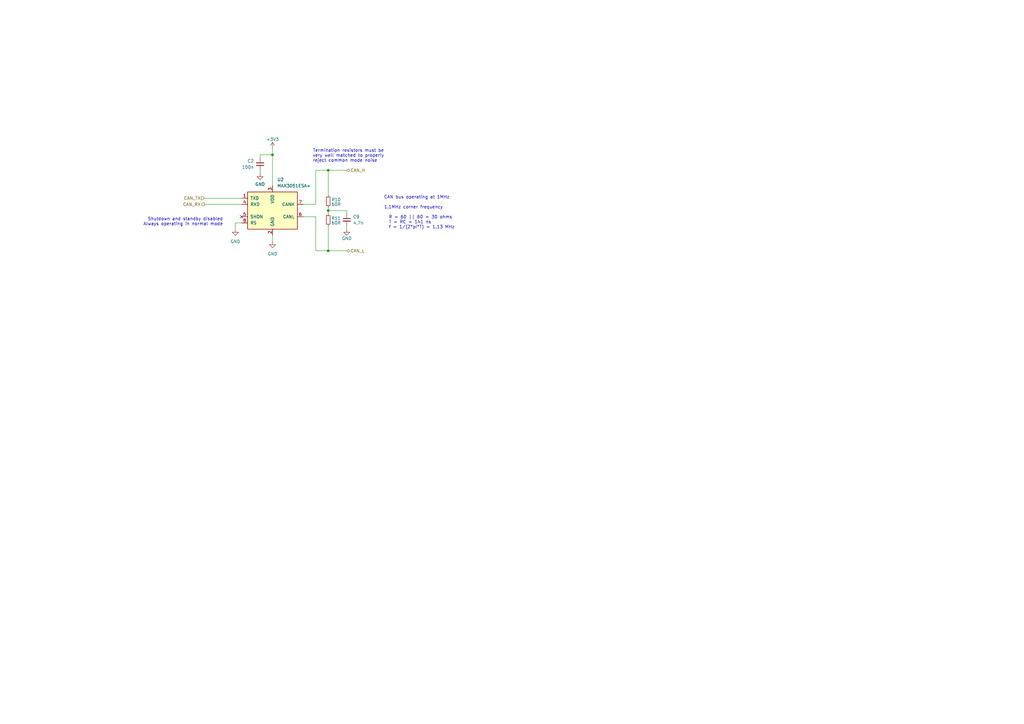
<source format=kicad_sch>
(kicad_sch (version 20211123) (generator eeschema)
  (paper "A3")
  (title_block (title "VCU") (date "2022-11-20") (rev "1.0") (company "SUFST") (comment 1 "STAG 9") (comment 2 "Tim Brewis") (comment 3 "Max O'Brien"))
  (lib_symbols
    (symbol "Device:C_Small" (pin_numbers hide) (pin_names (offset 0.254) hide)
      (property "Reference" "C" (at 0.254 1.778 0))
      (property "Value" "C_Small" (at 0.254 -2.032 0))
      (symbol "C_Small_0_1"
        (polyline (pts (xy -1.524 -0.508) (xy 1.524 -0.508)) (stroke (width 0.3302)))
        (polyline (pts (xy -1.524 0.508) (xy 1.524 0.508)) (stroke (width 0.3048)))
      )
      (symbol "C_Small_1_1"
        (pin passive line (at 0 2.54 270) (length 2.032) (name "~") (number "1"))
        (pin passive line (at 0 -2.54 90) (length 2.032) (name "~") (number "2"))
      )
    )
    (symbol "Device:R_Small" (pin_numbers hide) (pin_names (offset 0.254) hide)
      (property "Reference" "R" (at 0.762 0.508 0))
      (property "Value" "R_Small" (at 0.762 -1.016 0))
      (symbol "R_Small_0_1"
        (rectangle (start -0.762 1.778) (end 0.762 -1.778) (stroke (width 0.2032)))
      )
      (symbol "R_Small_1_1"
        (pin passive line (at 0 2.54 270) (length 0.762) (name "~") (number "1"))
        (pin passive line (at 0 -2.54 90) (length 0.762) (name "~") (number "2"))
      )
    )
    (symbol "Interface_UART:MAX3051" (pin_names (offset 1.016))
      (property "Reference" "U" (at -10.16 8.89 0))
      (property "Value" "MAX3051" (at 2.54 8.89 0))
      (symbol "MAX3051_0_1"
        (rectangle (start -10.16 7.62) (end 10.16 -7.62) (stroke (width 0.254)) (fill (type background)))
      )
      (symbol "MAX3051_1_1"
        (pin input line (at -12.7 5.08 0) (length 2.54) (name "TXD") (number "1"))
        (pin power_in line (at 0 -10.16 90) (length 2.54) (name "GND") (number "2"))
        (pin power_in line (at 0 10.16 270) (length 2.54) (name "VDD") (number "3"))
        (pin output line (at -12.7 2.54 0) (length 2.54) (name "RXD") (number "4"))
        (pin input line (at -12.7 -2.54 0) (length 2.54) (name "SHDN") (number "5"))
        (pin bidirectional line (at 12.7 -2.54 180) (length 2.54) (name "CANL") (number "6"))
        (pin bidirectional line (at 12.7 2.54 180) (length 2.54) (name "CANH") (number "7"))
        (pin input line (at -12.7 -5.08 0) (length 2.54) (name "RS") (number "8"))
      )
    )
    (symbol "power:+3V3" (power) (pin_names (offset 0))
      (property "Value" "+3V3" (at 0 3.556 0))
      (symbol "+3V3_0_1"
        (polyline (pts (xy -0.762 1.27) (xy 0 2.54)))
        (polyline (pts (xy 0 0) (xy 0 2.54)))
        (polyline (pts (xy 0 2.54) (xy 0.762 1.27)))
      )
      (symbol "+3V3_1_1"
        (pin power_in line (at 0 0 90) (length 0) hide (name "+3V3") (number "1"))
      )
    )
    (symbol "power:GND" (power) (pin_names (offset 0))
      (property "Value" "GND" (at 0 -3.81 0))
      (symbol "GND_0_1"
        (polyline (pts (xy 0 0) (xy 0 -1.27) (xy 1.27 -1.27) (xy 0 -2.54) (xy -1.27 -1.27) (xy 0 -1.27)))
      )
      (symbol "GND_1_1"
        (pin power_in line (at 0 0 270) (length 0) hide (name "GND") (number "1"))
      )
    )
  )
  (junction (at 134.62 86.36))
  (junction (at 111.76 63.5))
  (junction (at 134.62 102.87))
  (junction (at 134.62 69.85))
  (no_connect (at 99.06 88.9))
  (wire (pts (xy 106.68 63.5) (xy 111.76 63.5)))
  (wire (pts (xy 134.62 86.36) (xy 142.24 86.36)))
  (wire (pts (xy 83.82 83.82) (xy 99.06 83.82)))
  (wire (pts (xy 134.62 69.85) (xy 142.24 69.85)))
  (wire (pts (xy 111.76 60.96) (xy 111.76 63.5)))
  (wire (pts (xy 134.62 92.71) (xy 134.62 102.87)))
  (wire (pts (xy 96.52 93.98) (xy 96.52 91.44)))
  (wire (pts (xy 129.54 102.87) (xy 134.62 102.87)))
  (wire (pts (xy 129.54 69.85) (xy 134.62 69.85)))
  (wire (pts (xy 142.24 92.71) (xy 142.24 93.98)))
  (wire (pts (xy 129.54 88.9) (xy 129.54 102.87)))
  (wire (pts (xy 106.68 64.77) (xy 106.68 63.5)))
  (wire (pts (xy 83.82 81.28) (xy 99.06 81.28)))
  (wire (pts (xy 124.46 83.82) (xy 129.54 83.82)))
  (wire (pts (xy 134.62 85.09) (xy 134.62 86.36)))
  (wire (pts (xy 134.62 80.01) (xy 134.62 69.85)))
  (wire (pts (xy 96.52 91.44) (xy 99.06 91.44)))
  (wire (pts (xy 142.24 87.63) (xy 142.24 86.36)))
  (wire (pts (xy 111.76 63.5) (xy 111.76 76.2)))
  (wire (pts (xy 106.68 69.85) (xy 106.68 71.12)))
  (wire (pts (xy 134.62 102.87) (xy 142.24 102.87)))
  (wire (pts (xy 134.62 86.36) (xy 134.62 87.63)))
  (wire (pts (xy 124.46 88.9) (xy 129.54 88.9)))
  (wire (pts (xy 129.54 83.82) (xy 129.54 69.85)))
  (wire (pts (xy 111.76 96.52) (xy 111.76 99.06)))
  (text "CAN bus operating at 1MHz\n\n1.1MHz corner frequency\n\n  R = 60 || 60 = 30 ohms\n  T = RC = 141 ns\n  f = 1/(2*pi*T) = 1.13 MHz\n" (at 157.48 93.98 0) (effects (font (size 1.27 1.27)) (justify left bottom)))
  (text "Termination resistors must be \nvery well matched to properly \nreject common mode noise" (at 128.27 66.675 0) (effects (font (size 1.27 1.27)) (justify left bottom)))
  (text "Shutdown and standby disabled\nAlways operating in normal mode" (at 91.44 92.71 180) (effects (font (size 1.27 1.27)) (justify right bottom)))
  (hierarchical_label "CAN_RX" (shape output) (at 83.82 83.82 180))
  (hierarchical_label "CAN_TX" (shape input) (at 83.82 81.28 180))
  (hierarchical_label "CAN_H" (shape bidirectional) (at 142.24 69.85 0))
  (hierarchical_label "CAN_L" (shape bidirectional) (at 142.24 102.87 0))
  (symbol (lib_id "Device:R_Small") (at 134.62 82.55 180) (unit 1)
    (property "Reference" "R10" (at 135.89 81.915 0) (effects (justify right)))
    (property "Value" "60R" (at 135.89 83.82 0) (effects (justify right)))
    (property "Footprint" "Resistor_SMD:R_0805_2012Metric_Pad1.20x1.40mm_HandSolder" (effects hide))
    (property "Optional" "True" (effects hide))
    (property "Supplier" "Mouser" (effects hide))
  )
  (symbol (lib_id "power:GND") (at 96.52 93.98 0) (unit 1)
    (property "Reference" "#PWR016" (effects hide))
    (property "Value" "GND" (at 96.52 99.06 0))
  )
  (symbol (lib_id "Interface_UART:MAX3051") (at 111.76 86.36 0) (unit 1)
    (property "Reference" "U2" (at 113.665 73.66 0) (effects (justify left)))
    (property "Value" "MAX3051ESA+" (at 113.665 76.2 0) (effects (justify left)))
    (property "Footprint" "Package_SO:SOIC-8_3.9x4.9mm_P1.27mm" (effects hide))
    (property "Datasheet" "http://datasheets.maximintegrated.com/en/ds/MAX3051.pdf" (effects hide))
    (property "Supplier" "Mouser" (effects hide))
    (property "Order Code" "700-MAX3051ESA" (effects hide))
    (property "Optional" "False" (effects hide))
  )
  (symbol (lib_id "Device:C_Small") (at 142.24 90.17 0) (unit 1)
    (property "Reference" "C9" (at 144.78 88.9062 0) (effects (justify left)))
    (property "Value" "4.7n" (at 144.78 91.4462 0) (effects (justify left)))
    (property "Footprint" "Capacitor_SMD:C_0805_2012Metric_Pad1.18x1.45mm_HandSolder" (effects hide))
    (property "Optional" "True" (effects hide))
    (property "Order Code" "80-C0805C472KBRAUTO" (effects hide))
    (property "Supplier" "Mouser" (effects hide))
  )
  (symbol (lib_id "power:GND") (at 111.76 99.06 0) (unit 1)
    (property "Reference" "#PWR018" (effects hide))
    (property "Value" "GND" (at 111.76 104.14 0))
  )
  (symbol (lib_id "power:GND") (at 142.24 93.98 0) (unit 1)
    (property "Reference" "#PWR017" (effects hide))
    (property "Value" "GND" (at 142.24 97.79 0))
  )
  (symbol (lib_id "Device:C_Small") (at 106.68 67.31 0) (mirror x) (unit 1)
    (property "Reference" "C2" (at 104.14 66.0335 0) (effects (justify right)))
    (property "Value" "100n" (at 104.14 68.5735 0) (effects (justify right)))
    (property "Footprint" "Capacitor_SMD:C_0805_2012Metric_Pad1.18x1.45mm_HandSolder" (effects hide))
    (property "Optional" "False" (effects hide))
    (property "Order Code" "80-C0805C104K5RACLR" (effects hide))
    (property "Supplier" "Mouser" (effects hide))
  )
  (symbol (lib_id "Device:R_Small") (at 134.62 90.17 180) (unit 1)
    (property "Reference" "R11" (at 135.89 89.535 0) (effects (justify right)))
    (property "Value" "60R" (at 135.89 91.44 0) (effects (justify right)))
    (property "Footprint" "Resistor_SMD:R_0805_2012Metric_Pad1.20x1.40mm_HandSolder" (effects hide))
    (property "Optional" "True" (effects hide))
    (property "Supplier" "Mouser" (effects hide))
  )
  (symbol (lib_id "power:+3V3") (at 111.76 60.96 0) (unit 1)
    (property "Reference" "#PWR0106" (effects hide))
    (property "Value" "+3V3" (at 111.76 57.15 0))
  )
  (symbol (lib_id "power:GND") (at 106.68 71.12 0) (mirror y) (unit 1)
    (property "Reference" "#PWR020" (effects hide))
    (property "Value" "GND" (at 106.68 75.565 0))
  )
)
</source>
